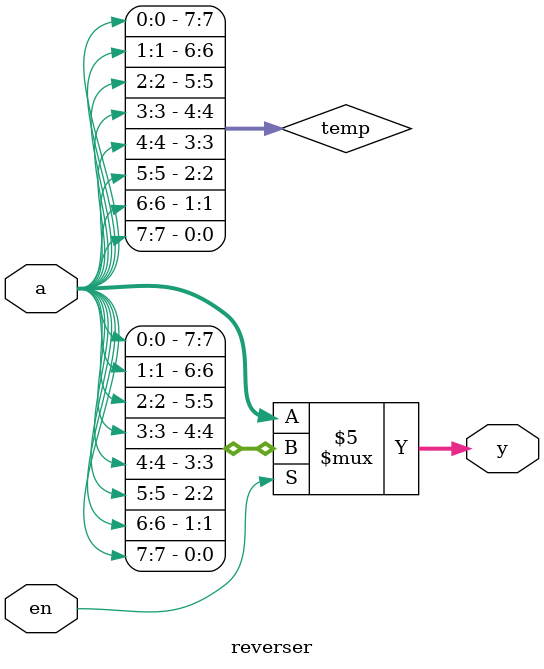
<source format=sv>
`timescale 1ns / 1ps

module reverser #(parameter N = 3)
(
    input logic [(2**N)-1:0] a,             // 7:0 inputs
    input logic en,                         // enabler
    output logic [(2**N)-1:0] y             // 7:0 outputs
);
    
    logic [(2**N)-1:0] temp = 0;            // temp 7:0 and initilize all temp values bits to 0
    
    always_comb 
    begin
        for(int i = 0; i < 2**N; i++)       // loop that goes thru the whole bits array
        begin
            temp[(2**N) - 1 - i] = a[i];    // flips the order (when temp[7] , a=0; temp[6] , a=1 ; and so on.
        end
    end
    
    assign y = en ? temp : a;               // if enable is on, y=en ; if not y=a
    
endmodule

</source>
